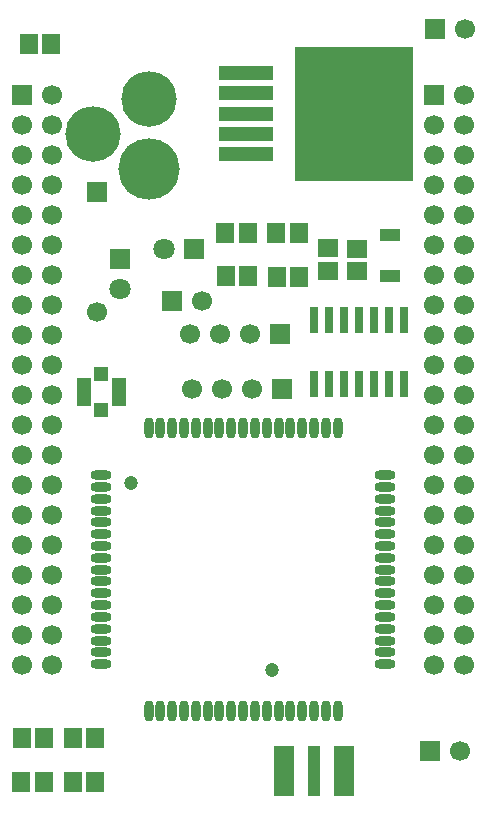
<source format=gbr>
G04 DipTrace 3.0.0.1*
G04 TopMask.gbr*
%MOIN*%
G04 #@! TF.FileFunction,Soldermask,Top*
G04 #@! TF.Part,Single*
%ADD54C,0.047244*%
%ADD61R,0.398031X0.448031*%
%ADD63R,0.178346X0.048031*%
%ADD65R,0.031496X0.086614*%
%ADD71O,0.031496X0.070866*%
%ADD73O,0.070866X0.031496*%
%ADD77C,0.204724*%
%ADD79C,0.185039*%
%ADD81C,0.066929*%
%ADD83R,0.066929X0.066929*%
%ADD85R,0.070866X0.03937*%
%ADD87R,0.066929X0.059055*%
%ADD89R,0.059055X0.066929*%
%ADD91C,0.070866*%
%ADD93R,0.070866X0.070866*%
%ADD95R,0.051181X0.096457*%
%ADD97R,0.049213X0.051181*%
%ADD99R,0.041339X0.167717*%
%ADD101R,0.067717X0.167717*%
%FSLAX26Y26*%
G04*
G70*
G90*
G75*
G01*
G04 TopMask*
%LPD*%
D101*
X1531890Y489370D3*
D99*
X1431890Y489764D3*
D101*
X1332283D3*
D97*
X723622Y1694488D3*
Y1812598D3*
D95*
X782677Y1753543D3*
X664567D3*
D93*
X786614Y2197244D3*
D91*
Y2097244D3*
D89*
X556299Y2914567D3*
X481496D3*
D93*
X1032677Y2230709D3*
D91*
X932677D3*
D89*
X1211024Y2285433D3*
X1136220D3*
D87*
X1477559Y2232677D3*
Y2157874D3*
X1574803Y2231890D3*
Y2157087D3*
D85*
X1685039Y2275984D3*
Y2142126D3*
D89*
X702362Y454331D3*
X627559D3*
X531496Y455512D3*
X456693D3*
D83*
X709055Y2419685D3*
D81*
Y2022047D3*
D83*
X1317323Y1947638D3*
D81*
X1217323D3*
X1117323D3*
X1017323D3*
D83*
X1326378Y1762992D3*
D81*
X1226378D3*
X1126378D3*
X1026378D3*
D79*
X881890Y2732283D3*
D77*
Y2496063D3*
D79*
X696850Y2614173D3*
D83*
X1833858Y2963780D3*
D81*
X1933858D3*
D83*
X958701Y2058701D3*
D81*
X1058701D3*
D83*
X1818701Y558701D3*
D81*
X1918701D3*
D89*
X703150Y599213D3*
X628346D3*
X531890Y601181D3*
X457087D3*
X1306299Y2282677D3*
X1381102D3*
X1383071Y2136614D3*
X1308268D3*
X1212598Y2139764D3*
X1137795D3*
D73*
X1668110Y846850D3*
Y886220D3*
Y925591D3*
Y964961D3*
Y1004331D3*
Y1043701D3*
Y1083071D3*
Y1122441D3*
Y1161811D3*
Y1201181D3*
Y1240551D3*
Y1279921D3*
Y1319291D3*
Y1358661D3*
Y1398031D3*
Y1437402D3*
Y1476772D3*
D71*
X1510630Y1634252D3*
X1471260D3*
X1431890D3*
X1392520D3*
X1353150D3*
X1313780D3*
X1274409D3*
X1235039D3*
X1195669D3*
X1156299D3*
X1116929D3*
X1077559D3*
X1038189D3*
X998819D3*
X959449D3*
X920079D3*
X880709D3*
D73*
X723228Y1476772D3*
Y1437402D3*
Y1398031D3*
Y1358661D3*
Y1319291D3*
Y1279921D3*
Y1240551D3*
Y1201181D3*
Y1161811D3*
Y1122441D3*
Y1083071D3*
Y1043701D3*
Y1004331D3*
Y964961D3*
Y925591D3*
Y886220D3*
Y846850D3*
D71*
X880709Y689370D3*
X920079D3*
X959449D3*
X998819D3*
X1038189D3*
X1077559D3*
X1116929D3*
X1156299D3*
X1195669D3*
X1235039D3*
X1274409D3*
X1313780D3*
X1353150D3*
X1392520D3*
X1431890D3*
X1471260D3*
X1510630D3*
D54*
X1292913Y828740D3*
X820472Y1450787D3*
D65*
X1730709Y1992520D3*
X1680709D3*
X1630709D3*
X1580709D3*
X1530709D3*
X1480709D3*
X1430709D3*
Y1779921D3*
X1480709D3*
X1530709D3*
X1580709D3*
X1630709D3*
X1680709D3*
X1730709D3*
D63*
X1204331Y2816142D3*
Y2749213D3*
Y2682283D3*
Y2615354D3*
Y2548425D3*
D61*
X1564173Y2682283D3*
D83*
X1832283Y2745669D3*
D81*
X1932283D3*
X1832283Y2645669D3*
X1932283D3*
X1832283Y2545669D3*
X1932283D3*
X1832283Y2445669D3*
X1932283D3*
X1832283Y2345669D3*
X1932283D3*
X1832283Y2245669D3*
X1932283D3*
X1832283Y2145669D3*
X1932283D3*
X1832283Y2045669D3*
X1932283D3*
X1832283Y1945669D3*
X1932283D3*
X1832283Y1845669D3*
X1932283D3*
X1832283Y1745669D3*
X1932283D3*
X1832283Y1645669D3*
X1932283D3*
X1832283Y1545669D3*
X1932283D3*
X1832283Y1445669D3*
X1932283D3*
X1832283Y1345669D3*
X1932283D3*
X1832283Y1245669D3*
X1932283D3*
X1832283Y1145669D3*
X1932283D3*
X1832283Y1045669D3*
X1932283D3*
X1832283Y945669D3*
X1932283D3*
X1832283Y845669D3*
X1932283D3*
D83*
X457480Y2745669D3*
D81*
X557480D3*
X457480Y2645669D3*
X557480D3*
X457480Y2545669D3*
X557480D3*
X457480Y2445669D3*
X557480D3*
X457480Y2345669D3*
X557480D3*
X457480Y2245669D3*
X557480D3*
X457480Y2145669D3*
X557480D3*
X457480Y2045669D3*
X557480D3*
X457480Y1945669D3*
X557480D3*
X457480Y1845669D3*
X557480D3*
X457480Y1745669D3*
X557480D3*
X457480Y1645669D3*
X557480D3*
X457480Y1545669D3*
X557480D3*
X457480Y1445669D3*
X557480D3*
X457480Y1345669D3*
X557480D3*
X457480Y1245669D3*
X557480D3*
X457480Y1145669D3*
X557480D3*
X457480Y1045669D3*
X557480D3*
X457480Y945669D3*
X557480D3*
X457480Y845669D3*
X557480D3*
M02*

</source>
